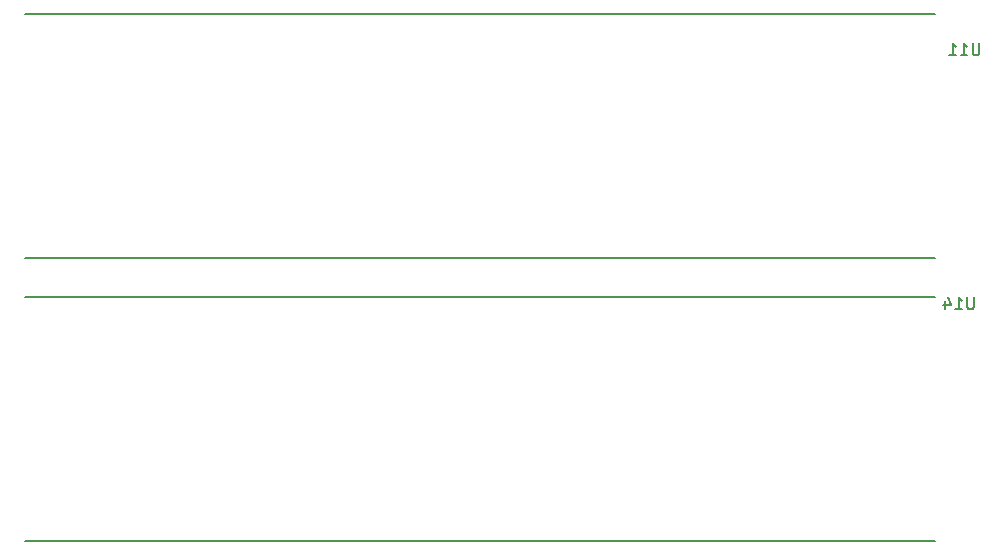
<source format=gbr>
%TF.GenerationSoftware,KiCad,Pcbnew,(6.0.2)*%
%TF.CreationDate,2023-01-13T18:58:57-08:00*%
%TF.ProjectId,ProvesXEPS,50726f76-6573-4584-9550-532e6b696361,rev?*%
%TF.SameCoordinates,Original*%
%TF.FileFunction,Legend,Bot*%
%TF.FilePolarity,Positive*%
%FSLAX46Y46*%
G04 Gerber Fmt 4.6, Leading zero omitted, Abs format (unit mm)*
G04 Created by KiCad (PCBNEW (6.0.2)) date 2023-01-13 18:58:57*
%MOMM*%
%LPD*%
G01*
G04 APERTURE LIST*
%ADD10C,0.150000*%
%ADD11C,0.127000*%
G04 APERTURE END LIST*
D10*
%TO.C,U14*%
X192738505Y-107202199D02*
X192738505Y-108011991D01*
X192690870Y-108107261D01*
X192643235Y-108154895D01*
X192547965Y-108202530D01*
X192357426Y-108202530D01*
X192262156Y-108154895D01*
X192214522Y-108107261D01*
X192166887Y-108011991D01*
X192166887Y-107202199D01*
X191166556Y-108202530D02*
X191738174Y-108202530D01*
X191452365Y-108202530D02*
X191452365Y-107202199D01*
X191547634Y-107345104D01*
X191642904Y-107440373D01*
X191738174Y-107488008D01*
X190309129Y-107535643D02*
X190309129Y-108202530D01*
X190547303Y-107154564D02*
X190785477Y-107869087D01*
X190166225Y-107869087D01*
%TO.C,U11*%
X193197031Y-85683674D02*
X193197031Y-86493466D01*
X193149396Y-86588736D01*
X193101761Y-86636370D01*
X193006491Y-86684005D01*
X192815952Y-86684005D01*
X192720682Y-86636370D01*
X192673048Y-86588736D01*
X192625413Y-86493466D01*
X192625413Y-85683674D01*
X191625082Y-86684005D02*
X192196700Y-86684005D01*
X191910891Y-86684005D02*
X191910891Y-85683674D01*
X192006160Y-85826579D01*
X192101430Y-85921848D01*
X192196700Y-85969483D01*
X190672386Y-86684005D02*
X191244003Y-86684005D01*
X190958195Y-86684005D02*
X190958195Y-85683674D01*
X191053464Y-85826579D01*
X191148734Y-85921848D01*
X191244003Y-85969483D01*
D11*
%TO.C,U14*%
X112375000Y-127825000D02*
X189425000Y-127825000D01*
X189425000Y-107175000D02*
X112375000Y-107175000D01*
%TO.C,U11*%
X189425000Y-83175000D02*
X112375000Y-83175000D01*
X112375000Y-103825000D02*
X189425000Y-103825000D01*
%TD*%
M02*

</source>
